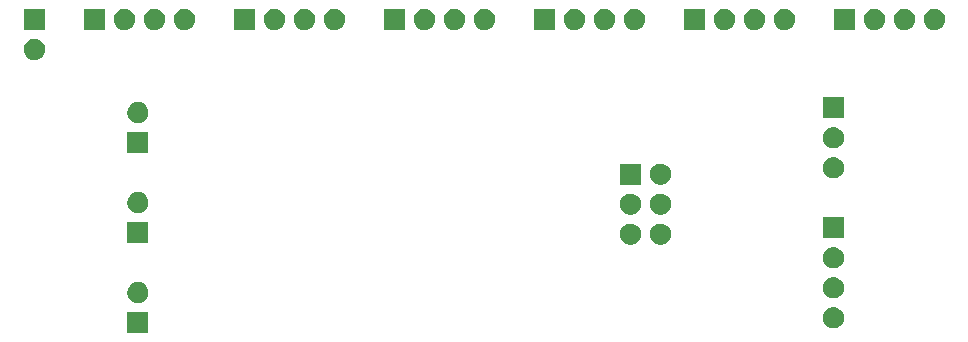
<source format=gbr>
G04 #@! TF.GenerationSoftware,KiCad,Pcbnew,5.1.5+dfsg1-2build2*
G04 #@! TF.CreationDate,2021-01-10T12:40:40-08:00*
G04 #@! TF.ProjectId,board,626f6172-642e-46b6-9963-61645f706362,rev?*
G04 #@! TF.SameCoordinates,Original*
G04 #@! TF.FileFunction,Soldermask,Bot*
G04 #@! TF.FilePolarity,Negative*
%FSLAX46Y46*%
G04 Gerber Fmt 4.6, Leading zero omitted, Abs format (unit mm)*
G04 Created by KiCad (PCBNEW 5.1.5+dfsg1-2build2) date 2021-01-10 12:40:40*
%MOMM*%
%LPD*%
G04 APERTURE LIST*
%ADD10C,0.100000*%
G04 APERTURE END LIST*
D10*
G36*
X111563500Y-80724200D02*
G01*
X109761500Y-80724200D01*
X109761500Y-78922200D01*
X111563500Y-78922200D01*
X111563500Y-80724200D01*
G37*
G36*
X169671212Y-78517027D02*
G01*
X169820512Y-78546724D01*
X169984484Y-78614644D01*
X170132054Y-78713247D01*
X170257553Y-78838746D01*
X170356156Y-78986316D01*
X170424076Y-79150288D01*
X170458700Y-79324359D01*
X170458700Y-79501841D01*
X170424076Y-79675912D01*
X170356156Y-79839884D01*
X170257553Y-79987454D01*
X170132054Y-80112953D01*
X169984484Y-80211556D01*
X169820512Y-80279476D01*
X169671212Y-80309173D01*
X169646442Y-80314100D01*
X169468958Y-80314100D01*
X169444188Y-80309173D01*
X169294888Y-80279476D01*
X169130916Y-80211556D01*
X168983346Y-80112953D01*
X168857847Y-79987454D01*
X168759244Y-79839884D01*
X168691324Y-79675912D01*
X168656700Y-79501841D01*
X168656700Y-79324359D01*
X168691324Y-79150288D01*
X168759244Y-78986316D01*
X168857847Y-78838746D01*
X168983346Y-78713247D01*
X169130916Y-78614644D01*
X169294888Y-78546724D01*
X169444188Y-78517027D01*
X169468958Y-78512100D01*
X169646442Y-78512100D01*
X169671212Y-78517027D01*
G37*
G36*
X110776012Y-76387127D02*
G01*
X110925312Y-76416824D01*
X111089284Y-76484744D01*
X111236854Y-76583347D01*
X111362353Y-76708846D01*
X111460956Y-76856416D01*
X111528876Y-77020388D01*
X111563500Y-77194459D01*
X111563500Y-77371941D01*
X111528876Y-77546012D01*
X111460956Y-77709984D01*
X111362353Y-77857554D01*
X111236854Y-77983053D01*
X111089284Y-78081656D01*
X110925312Y-78149576D01*
X110776012Y-78179273D01*
X110751242Y-78184200D01*
X110573758Y-78184200D01*
X110548988Y-78179273D01*
X110399688Y-78149576D01*
X110235716Y-78081656D01*
X110088146Y-77983053D01*
X109962647Y-77857554D01*
X109864044Y-77709984D01*
X109796124Y-77546012D01*
X109761500Y-77371941D01*
X109761500Y-77194459D01*
X109796124Y-77020388D01*
X109864044Y-76856416D01*
X109962647Y-76708846D01*
X110088146Y-76583347D01*
X110235716Y-76484744D01*
X110399688Y-76416824D01*
X110548988Y-76387127D01*
X110573758Y-76382200D01*
X110751242Y-76382200D01*
X110776012Y-76387127D01*
G37*
G36*
X169671212Y-75977027D02*
G01*
X169820512Y-76006724D01*
X169984484Y-76074644D01*
X170132054Y-76173247D01*
X170257553Y-76298746D01*
X170356156Y-76446316D01*
X170424076Y-76610288D01*
X170458700Y-76784359D01*
X170458700Y-76961841D01*
X170424076Y-77135912D01*
X170356156Y-77299884D01*
X170257553Y-77447454D01*
X170132054Y-77572953D01*
X169984484Y-77671556D01*
X169820512Y-77739476D01*
X169671212Y-77769173D01*
X169646442Y-77774100D01*
X169468958Y-77774100D01*
X169444188Y-77769173D01*
X169294888Y-77739476D01*
X169130916Y-77671556D01*
X168983346Y-77572953D01*
X168857847Y-77447454D01*
X168759244Y-77299884D01*
X168691324Y-77135912D01*
X168656700Y-76961841D01*
X168656700Y-76784359D01*
X168691324Y-76610288D01*
X168759244Y-76446316D01*
X168857847Y-76298746D01*
X168983346Y-76173247D01*
X169130916Y-76074644D01*
X169294888Y-76006724D01*
X169444188Y-75977027D01*
X169468958Y-75972100D01*
X169646442Y-75972100D01*
X169671212Y-75977027D01*
G37*
G36*
X169671212Y-73437027D02*
G01*
X169820512Y-73466724D01*
X169984484Y-73534644D01*
X170132054Y-73633247D01*
X170257553Y-73758746D01*
X170356156Y-73906316D01*
X170424076Y-74070288D01*
X170458700Y-74244359D01*
X170458700Y-74421841D01*
X170424076Y-74595912D01*
X170356156Y-74759884D01*
X170257553Y-74907454D01*
X170132054Y-75032953D01*
X169984484Y-75131556D01*
X169820512Y-75199476D01*
X169671212Y-75229173D01*
X169646442Y-75234100D01*
X169468958Y-75234100D01*
X169444188Y-75229173D01*
X169294888Y-75199476D01*
X169130916Y-75131556D01*
X168983346Y-75032953D01*
X168857847Y-74907454D01*
X168759244Y-74759884D01*
X168691324Y-74595912D01*
X168656700Y-74421841D01*
X168656700Y-74244359D01*
X168691324Y-74070288D01*
X168759244Y-73906316D01*
X168857847Y-73758746D01*
X168983346Y-73633247D01*
X169130916Y-73534644D01*
X169294888Y-73466724D01*
X169444188Y-73437027D01*
X169468958Y-73432100D01*
X169646442Y-73432100D01*
X169671212Y-73437027D01*
G37*
G36*
X155019512Y-71437927D02*
G01*
X155168812Y-71467624D01*
X155332784Y-71535544D01*
X155480354Y-71634147D01*
X155605853Y-71759646D01*
X155704456Y-71907216D01*
X155772376Y-72071188D01*
X155807000Y-72245259D01*
X155807000Y-72422741D01*
X155772376Y-72596812D01*
X155704456Y-72760784D01*
X155605853Y-72908354D01*
X155480354Y-73033853D01*
X155332784Y-73132456D01*
X155168812Y-73200376D01*
X155019512Y-73230073D01*
X154994742Y-73235000D01*
X154817258Y-73235000D01*
X154792488Y-73230073D01*
X154643188Y-73200376D01*
X154479216Y-73132456D01*
X154331646Y-73033853D01*
X154206147Y-72908354D01*
X154107544Y-72760784D01*
X154039624Y-72596812D01*
X154005000Y-72422741D01*
X154005000Y-72245259D01*
X154039624Y-72071188D01*
X154107544Y-71907216D01*
X154206147Y-71759646D01*
X154331646Y-71634147D01*
X154479216Y-71535544D01*
X154643188Y-71467624D01*
X154792488Y-71437927D01*
X154817258Y-71433000D01*
X154994742Y-71433000D01*
X155019512Y-71437927D01*
G37*
G36*
X152479512Y-71437927D02*
G01*
X152628812Y-71467624D01*
X152792784Y-71535544D01*
X152940354Y-71634147D01*
X153065853Y-71759646D01*
X153164456Y-71907216D01*
X153232376Y-72071188D01*
X153267000Y-72245259D01*
X153267000Y-72422741D01*
X153232376Y-72596812D01*
X153164456Y-72760784D01*
X153065853Y-72908354D01*
X152940354Y-73033853D01*
X152792784Y-73132456D01*
X152628812Y-73200376D01*
X152479512Y-73230073D01*
X152454742Y-73235000D01*
X152277258Y-73235000D01*
X152252488Y-73230073D01*
X152103188Y-73200376D01*
X151939216Y-73132456D01*
X151791646Y-73033853D01*
X151666147Y-72908354D01*
X151567544Y-72760784D01*
X151499624Y-72596812D01*
X151465000Y-72422741D01*
X151465000Y-72245259D01*
X151499624Y-72071188D01*
X151567544Y-71907216D01*
X151666147Y-71759646D01*
X151791646Y-71634147D01*
X151939216Y-71535544D01*
X152103188Y-71467624D01*
X152252488Y-71437927D01*
X152277258Y-71433000D01*
X152454742Y-71433000D01*
X152479512Y-71437927D01*
G37*
G36*
X111563500Y-73104200D02*
G01*
X109761500Y-73104200D01*
X109761500Y-71302200D01*
X111563500Y-71302200D01*
X111563500Y-73104200D01*
G37*
G36*
X170458700Y-72694100D02*
G01*
X168656700Y-72694100D01*
X168656700Y-70892100D01*
X170458700Y-70892100D01*
X170458700Y-72694100D01*
G37*
G36*
X155019512Y-68897927D02*
G01*
X155168812Y-68927624D01*
X155332784Y-68995544D01*
X155480354Y-69094147D01*
X155605853Y-69219646D01*
X155704456Y-69367216D01*
X155772376Y-69531188D01*
X155807000Y-69705259D01*
X155807000Y-69882741D01*
X155772376Y-70056812D01*
X155704456Y-70220784D01*
X155605853Y-70368354D01*
X155480354Y-70493853D01*
X155332784Y-70592456D01*
X155168812Y-70660376D01*
X155019512Y-70690073D01*
X154994742Y-70695000D01*
X154817258Y-70695000D01*
X154792488Y-70690073D01*
X154643188Y-70660376D01*
X154479216Y-70592456D01*
X154331646Y-70493853D01*
X154206147Y-70368354D01*
X154107544Y-70220784D01*
X154039624Y-70056812D01*
X154005000Y-69882741D01*
X154005000Y-69705259D01*
X154039624Y-69531188D01*
X154107544Y-69367216D01*
X154206147Y-69219646D01*
X154331646Y-69094147D01*
X154479216Y-68995544D01*
X154643188Y-68927624D01*
X154792488Y-68897927D01*
X154817258Y-68893000D01*
X154994742Y-68893000D01*
X155019512Y-68897927D01*
G37*
G36*
X152479512Y-68897927D02*
G01*
X152628812Y-68927624D01*
X152792784Y-68995544D01*
X152940354Y-69094147D01*
X153065853Y-69219646D01*
X153164456Y-69367216D01*
X153232376Y-69531188D01*
X153267000Y-69705259D01*
X153267000Y-69882741D01*
X153232376Y-70056812D01*
X153164456Y-70220784D01*
X153065853Y-70368354D01*
X152940354Y-70493853D01*
X152792784Y-70592456D01*
X152628812Y-70660376D01*
X152479512Y-70690073D01*
X152454742Y-70695000D01*
X152277258Y-70695000D01*
X152252488Y-70690073D01*
X152103188Y-70660376D01*
X151939216Y-70592456D01*
X151791646Y-70493853D01*
X151666147Y-70368354D01*
X151567544Y-70220784D01*
X151499624Y-70056812D01*
X151465000Y-69882741D01*
X151465000Y-69705259D01*
X151499624Y-69531188D01*
X151567544Y-69367216D01*
X151666147Y-69219646D01*
X151791646Y-69094147D01*
X151939216Y-68995544D01*
X152103188Y-68927624D01*
X152252488Y-68897927D01*
X152277258Y-68893000D01*
X152454742Y-68893000D01*
X152479512Y-68897927D01*
G37*
G36*
X110776012Y-68767127D02*
G01*
X110925312Y-68796824D01*
X111089284Y-68864744D01*
X111236854Y-68963347D01*
X111362353Y-69088846D01*
X111460956Y-69236416D01*
X111528876Y-69400388D01*
X111563500Y-69574459D01*
X111563500Y-69751941D01*
X111528876Y-69926012D01*
X111460956Y-70089984D01*
X111362353Y-70237554D01*
X111236854Y-70363053D01*
X111089284Y-70461656D01*
X110925312Y-70529576D01*
X110776012Y-70559273D01*
X110751242Y-70564200D01*
X110573758Y-70564200D01*
X110548988Y-70559273D01*
X110399688Y-70529576D01*
X110235716Y-70461656D01*
X110088146Y-70363053D01*
X109962647Y-70237554D01*
X109864044Y-70089984D01*
X109796124Y-69926012D01*
X109761500Y-69751941D01*
X109761500Y-69574459D01*
X109796124Y-69400388D01*
X109864044Y-69236416D01*
X109962647Y-69088846D01*
X110088146Y-68963347D01*
X110235716Y-68864744D01*
X110399688Y-68796824D01*
X110548988Y-68767127D01*
X110573758Y-68762200D01*
X110751242Y-68762200D01*
X110776012Y-68767127D01*
G37*
G36*
X155019512Y-66357927D02*
G01*
X155168812Y-66387624D01*
X155332784Y-66455544D01*
X155480354Y-66554147D01*
X155605853Y-66679646D01*
X155704456Y-66827216D01*
X155772376Y-66991188D01*
X155807000Y-67165259D01*
X155807000Y-67342741D01*
X155772376Y-67516812D01*
X155704456Y-67680784D01*
X155605853Y-67828354D01*
X155480354Y-67953853D01*
X155332784Y-68052456D01*
X155168812Y-68120376D01*
X155019512Y-68150073D01*
X154994742Y-68155000D01*
X154817258Y-68155000D01*
X154792488Y-68150073D01*
X154643188Y-68120376D01*
X154479216Y-68052456D01*
X154331646Y-67953853D01*
X154206147Y-67828354D01*
X154107544Y-67680784D01*
X154039624Y-67516812D01*
X154005000Y-67342741D01*
X154005000Y-67165259D01*
X154039624Y-66991188D01*
X154107544Y-66827216D01*
X154206147Y-66679646D01*
X154331646Y-66554147D01*
X154479216Y-66455544D01*
X154643188Y-66387624D01*
X154792488Y-66357927D01*
X154817258Y-66353000D01*
X154994742Y-66353000D01*
X155019512Y-66357927D01*
G37*
G36*
X153267000Y-68155000D02*
G01*
X151465000Y-68155000D01*
X151465000Y-66353000D01*
X153267000Y-66353000D01*
X153267000Y-68155000D01*
G37*
G36*
X169671212Y-65817027D02*
G01*
X169820512Y-65846724D01*
X169984484Y-65914644D01*
X170132054Y-66013247D01*
X170257553Y-66138746D01*
X170356156Y-66286316D01*
X170424076Y-66450288D01*
X170458700Y-66624359D01*
X170458700Y-66801841D01*
X170424076Y-66975912D01*
X170356156Y-67139884D01*
X170257553Y-67287454D01*
X170132054Y-67412953D01*
X169984484Y-67511556D01*
X169820512Y-67579476D01*
X169671212Y-67609173D01*
X169646442Y-67614100D01*
X169468958Y-67614100D01*
X169444188Y-67609173D01*
X169294888Y-67579476D01*
X169130916Y-67511556D01*
X168983346Y-67412953D01*
X168857847Y-67287454D01*
X168759244Y-67139884D01*
X168691324Y-66975912D01*
X168656700Y-66801841D01*
X168656700Y-66624359D01*
X168691324Y-66450288D01*
X168759244Y-66286316D01*
X168857847Y-66138746D01*
X168983346Y-66013247D01*
X169130916Y-65914644D01*
X169294888Y-65846724D01*
X169444188Y-65817027D01*
X169468958Y-65812100D01*
X169646442Y-65812100D01*
X169671212Y-65817027D01*
G37*
G36*
X111563500Y-65484200D02*
G01*
X109761500Y-65484200D01*
X109761500Y-63682200D01*
X111563500Y-63682200D01*
X111563500Y-65484200D01*
G37*
G36*
X169671212Y-63277027D02*
G01*
X169820512Y-63306724D01*
X169984484Y-63374644D01*
X170132054Y-63473247D01*
X170257553Y-63598746D01*
X170356156Y-63746316D01*
X170424076Y-63910288D01*
X170458700Y-64084359D01*
X170458700Y-64261841D01*
X170424076Y-64435912D01*
X170356156Y-64599884D01*
X170257553Y-64747454D01*
X170132054Y-64872953D01*
X169984484Y-64971556D01*
X169820512Y-65039476D01*
X169671212Y-65069173D01*
X169646442Y-65074100D01*
X169468958Y-65074100D01*
X169444188Y-65069173D01*
X169294888Y-65039476D01*
X169130916Y-64971556D01*
X168983346Y-64872953D01*
X168857847Y-64747454D01*
X168759244Y-64599884D01*
X168691324Y-64435912D01*
X168656700Y-64261841D01*
X168656700Y-64084359D01*
X168691324Y-63910288D01*
X168759244Y-63746316D01*
X168857847Y-63598746D01*
X168983346Y-63473247D01*
X169130916Y-63374644D01*
X169294888Y-63306724D01*
X169444188Y-63277027D01*
X169468958Y-63272100D01*
X169646442Y-63272100D01*
X169671212Y-63277027D01*
G37*
G36*
X110776012Y-61147127D02*
G01*
X110925312Y-61176824D01*
X111089284Y-61244744D01*
X111236854Y-61343347D01*
X111362353Y-61468846D01*
X111460956Y-61616416D01*
X111528876Y-61780388D01*
X111563500Y-61954459D01*
X111563500Y-62131941D01*
X111528876Y-62306012D01*
X111460956Y-62469984D01*
X111362353Y-62617554D01*
X111236854Y-62743053D01*
X111089284Y-62841656D01*
X110925312Y-62909576D01*
X110776012Y-62939273D01*
X110751242Y-62944200D01*
X110573758Y-62944200D01*
X110548988Y-62939273D01*
X110399688Y-62909576D01*
X110235716Y-62841656D01*
X110088146Y-62743053D01*
X109962647Y-62617554D01*
X109864044Y-62469984D01*
X109796124Y-62306012D01*
X109761500Y-62131941D01*
X109761500Y-61954459D01*
X109796124Y-61780388D01*
X109864044Y-61616416D01*
X109962647Y-61468846D01*
X110088146Y-61343347D01*
X110235716Y-61244744D01*
X110399688Y-61176824D01*
X110548988Y-61147127D01*
X110573758Y-61142200D01*
X110751242Y-61142200D01*
X110776012Y-61147127D01*
G37*
G36*
X170458700Y-62534100D02*
G01*
X168656700Y-62534100D01*
X168656700Y-60732100D01*
X170458700Y-60732100D01*
X170458700Y-62534100D01*
G37*
G36*
X102013512Y-55793927D02*
G01*
X102162812Y-55823624D01*
X102326784Y-55891544D01*
X102474354Y-55990147D01*
X102599853Y-56115646D01*
X102698456Y-56263216D01*
X102766376Y-56427188D01*
X102801000Y-56601259D01*
X102801000Y-56778741D01*
X102766376Y-56952812D01*
X102698456Y-57116784D01*
X102599853Y-57264354D01*
X102474354Y-57389853D01*
X102326784Y-57488456D01*
X102162812Y-57556376D01*
X102013512Y-57586073D01*
X101988742Y-57591000D01*
X101811258Y-57591000D01*
X101786488Y-57586073D01*
X101637188Y-57556376D01*
X101473216Y-57488456D01*
X101325646Y-57389853D01*
X101200147Y-57264354D01*
X101101544Y-57116784D01*
X101033624Y-56952812D01*
X100999000Y-56778741D01*
X100999000Y-56601259D01*
X101033624Y-56427188D01*
X101101544Y-56263216D01*
X101200147Y-56115646D01*
X101325646Y-55990147D01*
X101473216Y-55891544D01*
X101637188Y-55823624D01*
X101786488Y-55793927D01*
X101811258Y-55789000D01*
X101988742Y-55789000D01*
X102013512Y-55793927D01*
G37*
G36*
X165513512Y-53253927D02*
G01*
X165662812Y-53283624D01*
X165826784Y-53351544D01*
X165974354Y-53450147D01*
X166099853Y-53575646D01*
X166198456Y-53723216D01*
X166266376Y-53887188D01*
X166301000Y-54061259D01*
X166301000Y-54238741D01*
X166266376Y-54412812D01*
X166198456Y-54576784D01*
X166099853Y-54724354D01*
X165974354Y-54849853D01*
X165826784Y-54948456D01*
X165662812Y-55016376D01*
X165513512Y-55046073D01*
X165488742Y-55051000D01*
X165311258Y-55051000D01*
X165286488Y-55046073D01*
X165137188Y-55016376D01*
X164973216Y-54948456D01*
X164825646Y-54849853D01*
X164700147Y-54724354D01*
X164601544Y-54576784D01*
X164533624Y-54412812D01*
X164499000Y-54238741D01*
X164499000Y-54061259D01*
X164533624Y-53887188D01*
X164601544Y-53723216D01*
X164700147Y-53575646D01*
X164825646Y-53450147D01*
X164973216Y-53351544D01*
X165137188Y-53283624D01*
X165286488Y-53253927D01*
X165311258Y-53249000D01*
X165488742Y-53249000D01*
X165513512Y-53253927D01*
G37*
G36*
X162973512Y-53253927D02*
G01*
X163122812Y-53283624D01*
X163286784Y-53351544D01*
X163434354Y-53450147D01*
X163559853Y-53575646D01*
X163658456Y-53723216D01*
X163726376Y-53887188D01*
X163761000Y-54061259D01*
X163761000Y-54238741D01*
X163726376Y-54412812D01*
X163658456Y-54576784D01*
X163559853Y-54724354D01*
X163434354Y-54849853D01*
X163286784Y-54948456D01*
X163122812Y-55016376D01*
X162973512Y-55046073D01*
X162948742Y-55051000D01*
X162771258Y-55051000D01*
X162746488Y-55046073D01*
X162597188Y-55016376D01*
X162433216Y-54948456D01*
X162285646Y-54849853D01*
X162160147Y-54724354D01*
X162061544Y-54576784D01*
X161993624Y-54412812D01*
X161959000Y-54238741D01*
X161959000Y-54061259D01*
X161993624Y-53887188D01*
X162061544Y-53723216D01*
X162160147Y-53575646D01*
X162285646Y-53450147D01*
X162433216Y-53351544D01*
X162597188Y-53283624D01*
X162746488Y-53253927D01*
X162771258Y-53249000D01*
X162948742Y-53249000D01*
X162973512Y-53253927D01*
G37*
G36*
X158681000Y-55051000D02*
G01*
X156879000Y-55051000D01*
X156879000Y-53249000D01*
X158681000Y-53249000D01*
X158681000Y-55051000D01*
G37*
G36*
X107881000Y-55051000D02*
G01*
X106079000Y-55051000D01*
X106079000Y-53249000D01*
X107881000Y-53249000D01*
X107881000Y-55051000D01*
G37*
G36*
X109633512Y-53253927D02*
G01*
X109782812Y-53283624D01*
X109946784Y-53351544D01*
X110094354Y-53450147D01*
X110219853Y-53575646D01*
X110318456Y-53723216D01*
X110386376Y-53887188D01*
X110421000Y-54061259D01*
X110421000Y-54238741D01*
X110386376Y-54412812D01*
X110318456Y-54576784D01*
X110219853Y-54724354D01*
X110094354Y-54849853D01*
X109946784Y-54948456D01*
X109782812Y-55016376D01*
X109633512Y-55046073D01*
X109608742Y-55051000D01*
X109431258Y-55051000D01*
X109406488Y-55046073D01*
X109257188Y-55016376D01*
X109093216Y-54948456D01*
X108945646Y-54849853D01*
X108820147Y-54724354D01*
X108721544Y-54576784D01*
X108653624Y-54412812D01*
X108619000Y-54238741D01*
X108619000Y-54061259D01*
X108653624Y-53887188D01*
X108721544Y-53723216D01*
X108820147Y-53575646D01*
X108945646Y-53450147D01*
X109093216Y-53351544D01*
X109257188Y-53283624D01*
X109406488Y-53253927D01*
X109431258Y-53249000D01*
X109608742Y-53249000D01*
X109633512Y-53253927D01*
G37*
G36*
X160433512Y-53253927D02*
G01*
X160582812Y-53283624D01*
X160746784Y-53351544D01*
X160894354Y-53450147D01*
X161019853Y-53575646D01*
X161118456Y-53723216D01*
X161186376Y-53887188D01*
X161221000Y-54061259D01*
X161221000Y-54238741D01*
X161186376Y-54412812D01*
X161118456Y-54576784D01*
X161019853Y-54724354D01*
X160894354Y-54849853D01*
X160746784Y-54948456D01*
X160582812Y-55016376D01*
X160433512Y-55046073D01*
X160408742Y-55051000D01*
X160231258Y-55051000D01*
X160206488Y-55046073D01*
X160057188Y-55016376D01*
X159893216Y-54948456D01*
X159745646Y-54849853D01*
X159620147Y-54724354D01*
X159521544Y-54576784D01*
X159453624Y-54412812D01*
X159419000Y-54238741D01*
X159419000Y-54061259D01*
X159453624Y-53887188D01*
X159521544Y-53723216D01*
X159620147Y-53575646D01*
X159745646Y-53450147D01*
X159893216Y-53351544D01*
X160057188Y-53283624D01*
X160206488Y-53253927D01*
X160231258Y-53249000D01*
X160408742Y-53249000D01*
X160433512Y-53253927D01*
G37*
G36*
X152813512Y-53253927D02*
G01*
X152962812Y-53283624D01*
X153126784Y-53351544D01*
X153274354Y-53450147D01*
X153399853Y-53575646D01*
X153498456Y-53723216D01*
X153566376Y-53887188D01*
X153601000Y-54061259D01*
X153601000Y-54238741D01*
X153566376Y-54412812D01*
X153498456Y-54576784D01*
X153399853Y-54724354D01*
X153274354Y-54849853D01*
X153126784Y-54948456D01*
X152962812Y-55016376D01*
X152813512Y-55046073D01*
X152788742Y-55051000D01*
X152611258Y-55051000D01*
X152586488Y-55046073D01*
X152437188Y-55016376D01*
X152273216Y-54948456D01*
X152125646Y-54849853D01*
X152000147Y-54724354D01*
X151901544Y-54576784D01*
X151833624Y-54412812D01*
X151799000Y-54238741D01*
X151799000Y-54061259D01*
X151833624Y-53887188D01*
X151901544Y-53723216D01*
X152000147Y-53575646D01*
X152125646Y-53450147D01*
X152273216Y-53351544D01*
X152437188Y-53283624D01*
X152586488Y-53253927D01*
X152611258Y-53249000D01*
X152788742Y-53249000D01*
X152813512Y-53253927D01*
G37*
G36*
X150273512Y-53253927D02*
G01*
X150422812Y-53283624D01*
X150586784Y-53351544D01*
X150734354Y-53450147D01*
X150859853Y-53575646D01*
X150958456Y-53723216D01*
X151026376Y-53887188D01*
X151061000Y-54061259D01*
X151061000Y-54238741D01*
X151026376Y-54412812D01*
X150958456Y-54576784D01*
X150859853Y-54724354D01*
X150734354Y-54849853D01*
X150586784Y-54948456D01*
X150422812Y-55016376D01*
X150273512Y-55046073D01*
X150248742Y-55051000D01*
X150071258Y-55051000D01*
X150046488Y-55046073D01*
X149897188Y-55016376D01*
X149733216Y-54948456D01*
X149585646Y-54849853D01*
X149460147Y-54724354D01*
X149361544Y-54576784D01*
X149293624Y-54412812D01*
X149259000Y-54238741D01*
X149259000Y-54061259D01*
X149293624Y-53887188D01*
X149361544Y-53723216D01*
X149460147Y-53575646D01*
X149585646Y-53450147D01*
X149733216Y-53351544D01*
X149897188Y-53283624D01*
X150046488Y-53253927D01*
X150071258Y-53249000D01*
X150248742Y-53249000D01*
X150273512Y-53253927D01*
G37*
G36*
X147733512Y-53253927D02*
G01*
X147882812Y-53283624D01*
X148046784Y-53351544D01*
X148194354Y-53450147D01*
X148319853Y-53575646D01*
X148418456Y-53723216D01*
X148486376Y-53887188D01*
X148521000Y-54061259D01*
X148521000Y-54238741D01*
X148486376Y-54412812D01*
X148418456Y-54576784D01*
X148319853Y-54724354D01*
X148194354Y-54849853D01*
X148046784Y-54948456D01*
X147882812Y-55016376D01*
X147733512Y-55046073D01*
X147708742Y-55051000D01*
X147531258Y-55051000D01*
X147506488Y-55046073D01*
X147357188Y-55016376D01*
X147193216Y-54948456D01*
X147045646Y-54849853D01*
X146920147Y-54724354D01*
X146821544Y-54576784D01*
X146753624Y-54412812D01*
X146719000Y-54238741D01*
X146719000Y-54061259D01*
X146753624Y-53887188D01*
X146821544Y-53723216D01*
X146920147Y-53575646D01*
X147045646Y-53450147D01*
X147193216Y-53351544D01*
X147357188Y-53283624D01*
X147506488Y-53253927D01*
X147531258Y-53249000D01*
X147708742Y-53249000D01*
X147733512Y-53253927D01*
G37*
G36*
X145981000Y-55051000D02*
G01*
X144179000Y-55051000D01*
X144179000Y-53249000D01*
X145981000Y-53249000D01*
X145981000Y-55051000D01*
G37*
G36*
X133281000Y-55051000D02*
G01*
X131479000Y-55051000D01*
X131479000Y-53249000D01*
X133281000Y-53249000D01*
X133281000Y-55051000D01*
G37*
G36*
X135033512Y-53253927D02*
G01*
X135182812Y-53283624D01*
X135346784Y-53351544D01*
X135494354Y-53450147D01*
X135619853Y-53575646D01*
X135718456Y-53723216D01*
X135786376Y-53887188D01*
X135821000Y-54061259D01*
X135821000Y-54238741D01*
X135786376Y-54412812D01*
X135718456Y-54576784D01*
X135619853Y-54724354D01*
X135494354Y-54849853D01*
X135346784Y-54948456D01*
X135182812Y-55016376D01*
X135033512Y-55046073D01*
X135008742Y-55051000D01*
X134831258Y-55051000D01*
X134806488Y-55046073D01*
X134657188Y-55016376D01*
X134493216Y-54948456D01*
X134345646Y-54849853D01*
X134220147Y-54724354D01*
X134121544Y-54576784D01*
X134053624Y-54412812D01*
X134019000Y-54238741D01*
X134019000Y-54061259D01*
X134053624Y-53887188D01*
X134121544Y-53723216D01*
X134220147Y-53575646D01*
X134345646Y-53450147D01*
X134493216Y-53351544D01*
X134657188Y-53283624D01*
X134806488Y-53253927D01*
X134831258Y-53249000D01*
X135008742Y-53249000D01*
X135033512Y-53253927D01*
G37*
G36*
X137573512Y-53253927D02*
G01*
X137722812Y-53283624D01*
X137886784Y-53351544D01*
X138034354Y-53450147D01*
X138159853Y-53575646D01*
X138258456Y-53723216D01*
X138326376Y-53887188D01*
X138361000Y-54061259D01*
X138361000Y-54238741D01*
X138326376Y-54412812D01*
X138258456Y-54576784D01*
X138159853Y-54724354D01*
X138034354Y-54849853D01*
X137886784Y-54948456D01*
X137722812Y-55016376D01*
X137573512Y-55046073D01*
X137548742Y-55051000D01*
X137371258Y-55051000D01*
X137346488Y-55046073D01*
X137197188Y-55016376D01*
X137033216Y-54948456D01*
X136885646Y-54849853D01*
X136760147Y-54724354D01*
X136661544Y-54576784D01*
X136593624Y-54412812D01*
X136559000Y-54238741D01*
X136559000Y-54061259D01*
X136593624Y-53887188D01*
X136661544Y-53723216D01*
X136760147Y-53575646D01*
X136885646Y-53450147D01*
X137033216Y-53351544D01*
X137197188Y-53283624D01*
X137346488Y-53253927D01*
X137371258Y-53249000D01*
X137548742Y-53249000D01*
X137573512Y-53253927D01*
G37*
G36*
X140113512Y-53253927D02*
G01*
X140262812Y-53283624D01*
X140426784Y-53351544D01*
X140574354Y-53450147D01*
X140699853Y-53575646D01*
X140798456Y-53723216D01*
X140866376Y-53887188D01*
X140901000Y-54061259D01*
X140901000Y-54238741D01*
X140866376Y-54412812D01*
X140798456Y-54576784D01*
X140699853Y-54724354D01*
X140574354Y-54849853D01*
X140426784Y-54948456D01*
X140262812Y-55016376D01*
X140113512Y-55046073D01*
X140088742Y-55051000D01*
X139911258Y-55051000D01*
X139886488Y-55046073D01*
X139737188Y-55016376D01*
X139573216Y-54948456D01*
X139425646Y-54849853D01*
X139300147Y-54724354D01*
X139201544Y-54576784D01*
X139133624Y-54412812D01*
X139099000Y-54238741D01*
X139099000Y-54061259D01*
X139133624Y-53887188D01*
X139201544Y-53723216D01*
X139300147Y-53575646D01*
X139425646Y-53450147D01*
X139573216Y-53351544D01*
X139737188Y-53283624D01*
X139886488Y-53253927D01*
X139911258Y-53249000D01*
X140088742Y-53249000D01*
X140113512Y-53253927D01*
G37*
G36*
X127413512Y-53253927D02*
G01*
X127562812Y-53283624D01*
X127726784Y-53351544D01*
X127874354Y-53450147D01*
X127999853Y-53575646D01*
X128098456Y-53723216D01*
X128166376Y-53887188D01*
X128201000Y-54061259D01*
X128201000Y-54238741D01*
X128166376Y-54412812D01*
X128098456Y-54576784D01*
X127999853Y-54724354D01*
X127874354Y-54849853D01*
X127726784Y-54948456D01*
X127562812Y-55016376D01*
X127413512Y-55046073D01*
X127388742Y-55051000D01*
X127211258Y-55051000D01*
X127186488Y-55046073D01*
X127037188Y-55016376D01*
X126873216Y-54948456D01*
X126725646Y-54849853D01*
X126600147Y-54724354D01*
X126501544Y-54576784D01*
X126433624Y-54412812D01*
X126399000Y-54238741D01*
X126399000Y-54061259D01*
X126433624Y-53887188D01*
X126501544Y-53723216D01*
X126600147Y-53575646D01*
X126725646Y-53450147D01*
X126873216Y-53351544D01*
X127037188Y-53283624D01*
X127186488Y-53253927D01*
X127211258Y-53249000D01*
X127388742Y-53249000D01*
X127413512Y-53253927D01*
G37*
G36*
X112173512Y-53253927D02*
G01*
X112322812Y-53283624D01*
X112486784Y-53351544D01*
X112634354Y-53450147D01*
X112759853Y-53575646D01*
X112858456Y-53723216D01*
X112926376Y-53887188D01*
X112961000Y-54061259D01*
X112961000Y-54238741D01*
X112926376Y-54412812D01*
X112858456Y-54576784D01*
X112759853Y-54724354D01*
X112634354Y-54849853D01*
X112486784Y-54948456D01*
X112322812Y-55016376D01*
X112173512Y-55046073D01*
X112148742Y-55051000D01*
X111971258Y-55051000D01*
X111946488Y-55046073D01*
X111797188Y-55016376D01*
X111633216Y-54948456D01*
X111485646Y-54849853D01*
X111360147Y-54724354D01*
X111261544Y-54576784D01*
X111193624Y-54412812D01*
X111159000Y-54238741D01*
X111159000Y-54061259D01*
X111193624Y-53887188D01*
X111261544Y-53723216D01*
X111360147Y-53575646D01*
X111485646Y-53450147D01*
X111633216Y-53351544D01*
X111797188Y-53283624D01*
X111946488Y-53253927D01*
X111971258Y-53249000D01*
X112148742Y-53249000D01*
X112173512Y-53253927D01*
G37*
G36*
X122333512Y-53253927D02*
G01*
X122482812Y-53283624D01*
X122646784Y-53351544D01*
X122794354Y-53450147D01*
X122919853Y-53575646D01*
X123018456Y-53723216D01*
X123086376Y-53887188D01*
X123121000Y-54061259D01*
X123121000Y-54238741D01*
X123086376Y-54412812D01*
X123018456Y-54576784D01*
X122919853Y-54724354D01*
X122794354Y-54849853D01*
X122646784Y-54948456D01*
X122482812Y-55016376D01*
X122333512Y-55046073D01*
X122308742Y-55051000D01*
X122131258Y-55051000D01*
X122106488Y-55046073D01*
X121957188Y-55016376D01*
X121793216Y-54948456D01*
X121645646Y-54849853D01*
X121520147Y-54724354D01*
X121421544Y-54576784D01*
X121353624Y-54412812D01*
X121319000Y-54238741D01*
X121319000Y-54061259D01*
X121353624Y-53887188D01*
X121421544Y-53723216D01*
X121520147Y-53575646D01*
X121645646Y-53450147D01*
X121793216Y-53351544D01*
X121957188Y-53283624D01*
X122106488Y-53253927D01*
X122131258Y-53249000D01*
X122308742Y-53249000D01*
X122333512Y-53253927D01*
G37*
G36*
X120581000Y-55051000D02*
G01*
X118779000Y-55051000D01*
X118779000Y-53249000D01*
X120581000Y-53249000D01*
X120581000Y-55051000D01*
G37*
G36*
X102801000Y-55051000D02*
G01*
X100999000Y-55051000D01*
X100999000Y-53249000D01*
X102801000Y-53249000D01*
X102801000Y-55051000D01*
G37*
G36*
X178213512Y-53253927D02*
G01*
X178362812Y-53283624D01*
X178526784Y-53351544D01*
X178674354Y-53450147D01*
X178799853Y-53575646D01*
X178898456Y-53723216D01*
X178966376Y-53887188D01*
X179001000Y-54061259D01*
X179001000Y-54238741D01*
X178966376Y-54412812D01*
X178898456Y-54576784D01*
X178799853Y-54724354D01*
X178674354Y-54849853D01*
X178526784Y-54948456D01*
X178362812Y-55016376D01*
X178213512Y-55046073D01*
X178188742Y-55051000D01*
X178011258Y-55051000D01*
X177986488Y-55046073D01*
X177837188Y-55016376D01*
X177673216Y-54948456D01*
X177525646Y-54849853D01*
X177400147Y-54724354D01*
X177301544Y-54576784D01*
X177233624Y-54412812D01*
X177199000Y-54238741D01*
X177199000Y-54061259D01*
X177233624Y-53887188D01*
X177301544Y-53723216D01*
X177400147Y-53575646D01*
X177525646Y-53450147D01*
X177673216Y-53351544D01*
X177837188Y-53283624D01*
X177986488Y-53253927D01*
X178011258Y-53249000D01*
X178188742Y-53249000D01*
X178213512Y-53253927D01*
G37*
G36*
X175673512Y-53253927D02*
G01*
X175822812Y-53283624D01*
X175986784Y-53351544D01*
X176134354Y-53450147D01*
X176259853Y-53575646D01*
X176358456Y-53723216D01*
X176426376Y-53887188D01*
X176461000Y-54061259D01*
X176461000Y-54238741D01*
X176426376Y-54412812D01*
X176358456Y-54576784D01*
X176259853Y-54724354D01*
X176134354Y-54849853D01*
X175986784Y-54948456D01*
X175822812Y-55016376D01*
X175673512Y-55046073D01*
X175648742Y-55051000D01*
X175471258Y-55051000D01*
X175446488Y-55046073D01*
X175297188Y-55016376D01*
X175133216Y-54948456D01*
X174985646Y-54849853D01*
X174860147Y-54724354D01*
X174761544Y-54576784D01*
X174693624Y-54412812D01*
X174659000Y-54238741D01*
X174659000Y-54061259D01*
X174693624Y-53887188D01*
X174761544Y-53723216D01*
X174860147Y-53575646D01*
X174985646Y-53450147D01*
X175133216Y-53351544D01*
X175297188Y-53283624D01*
X175446488Y-53253927D01*
X175471258Y-53249000D01*
X175648742Y-53249000D01*
X175673512Y-53253927D01*
G37*
G36*
X173133512Y-53253927D02*
G01*
X173282812Y-53283624D01*
X173446784Y-53351544D01*
X173594354Y-53450147D01*
X173719853Y-53575646D01*
X173818456Y-53723216D01*
X173886376Y-53887188D01*
X173921000Y-54061259D01*
X173921000Y-54238741D01*
X173886376Y-54412812D01*
X173818456Y-54576784D01*
X173719853Y-54724354D01*
X173594354Y-54849853D01*
X173446784Y-54948456D01*
X173282812Y-55016376D01*
X173133512Y-55046073D01*
X173108742Y-55051000D01*
X172931258Y-55051000D01*
X172906488Y-55046073D01*
X172757188Y-55016376D01*
X172593216Y-54948456D01*
X172445646Y-54849853D01*
X172320147Y-54724354D01*
X172221544Y-54576784D01*
X172153624Y-54412812D01*
X172119000Y-54238741D01*
X172119000Y-54061259D01*
X172153624Y-53887188D01*
X172221544Y-53723216D01*
X172320147Y-53575646D01*
X172445646Y-53450147D01*
X172593216Y-53351544D01*
X172757188Y-53283624D01*
X172906488Y-53253927D01*
X172931258Y-53249000D01*
X173108742Y-53249000D01*
X173133512Y-53253927D01*
G37*
G36*
X171381000Y-55051000D02*
G01*
X169579000Y-55051000D01*
X169579000Y-53249000D01*
X171381000Y-53249000D01*
X171381000Y-55051000D01*
G37*
G36*
X114713512Y-53253927D02*
G01*
X114862812Y-53283624D01*
X115026784Y-53351544D01*
X115174354Y-53450147D01*
X115299853Y-53575646D01*
X115398456Y-53723216D01*
X115466376Y-53887188D01*
X115501000Y-54061259D01*
X115501000Y-54238741D01*
X115466376Y-54412812D01*
X115398456Y-54576784D01*
X115299853Y-54724354D01*
X115174354Y-54849853D01*
X115026784Y-54948456D01*
X114862812Y-55016376D01*
X114713512Y-55046073D01*
X114688742Y-55051000D01*
X114511258Y-55051000D01*
X114486488Y-55046073D01*
X114337188Y-55016376D01*
X114173216Y-54948456D01*
X114025646Y-54849853D01*
X113900147Y-54724354D01*
X113801544Y-54576784D01*
X113733624Y-54412812D01*
X113699000Y-54238741D01*
X113699000Y-54061259D01*
X113733624Y-53887188D01*
X113801544Y-53723216D01*
X113900147Y-53575646D01*
X114025646Y-53450147D01*
X114173216Y-53351544D01*
X114337188Y-53283624D01*
X114486488Y-53253927D01*
X114511258Y-53249000D01*
X114688742Y-53249000D01*
X114713512Y-53253927D01*
G37*
G36*
X124873512Y-53253927D02*
G01*
X125022812Y-53283624D01*
X125186784Y-53351544D01*
X125334354Y-53450147D01*
X125459853Y-53575646D01*
X125558456Y-53723216D01*
X125626376Y-53887188D01*
X125661000Y-54061259D01*
X125661000Y-54238741D01*
X125626376Y-54412812D01*
X125558456Y-54576784D01*
X125459853Y-54724354D01*
X125334354Y-54849853D01*
X125186784Y-54948456D01*
X125022812Y-55016376D01*
X124873512Y-55046073D01*
X124848742Y-55051000D01*
X124671258Y-55051000D01*
X124646488Y-55046073D01*
X124497188Y-55016376D01*
X124333216Y-54948456D01*
X124185646Y-54849853D01*
X124060147Y-54724354D01*
X123961544Y-54576784D01*
X123893624Y-54412812D01*
X123859000Y-54238741D01*
X123859000Y-54061259D01*
X123893624Y-53887188D01*
X123961544Y-53723216D01*
X124060147Y-53575646D01*
X124185646Y-53450147D01*
X124333216Y-53351544D01*
X124497188Y-53283624D01*
X124646488Y-53253927D01*
X124671258Y-53249000D01*
X124848742Y-53249000D01*
X124873512Y-53253927D01*
G37*
M02*

</source>
